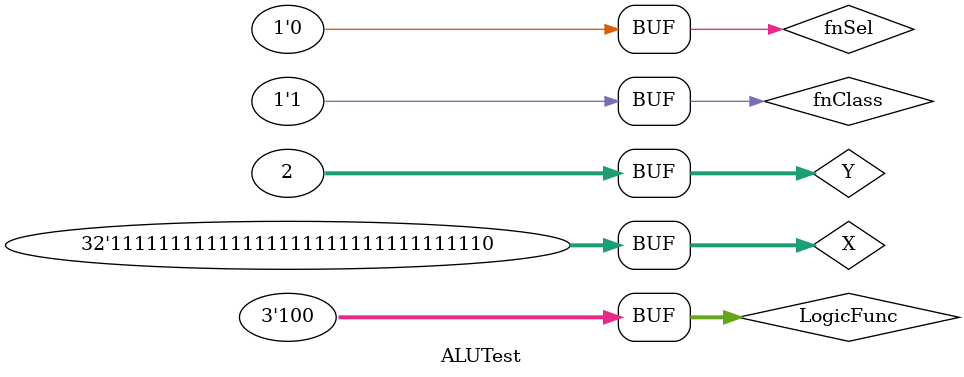
<source format=v>
`timescale 1ns / 1ps


module ALUTest;

	// Inputs
	reg [31:0] X;
	reg [31:0] Y;
	reg fnSel;
	reg fnClass;
	reg [2:0] LogicFunc;

	// Outputs
	wire Carry;
	wire [31:0] ALUOut;

	// Instantiate the Unit Under Test (UUT)
	ALU uut (
		.X(X), 
		.Y(Y), 
		.fnSel(fnSel), 
		.fnClass(fnClass), 
		.LogicFunc(LogicFunc), 
		.Carry(Carry), 
		.ALUOut(ALUOut)
	);

	initial begin
		// Initialize Inputs
		X = 0;
		Y = 0;
		fnSel = 0;
		fnClass = 0;
		LogicFunc = 0;

		// Wait 100 ns for global reset to finish
		#100;
	end
	
	initial 
		begin
			X = 32'b011; Y = 32'b010; fnSel = 1'b0; fnClass = 1'b0; LogicFunc = 3'b000;       //Add
			#10; X = 32'b011; Y = 32'b010; fnSel = 1'b1; fnClass = 1'b0; LogicFunc = 3'b001;  //2's Complement
			#10; X = 32'b011; Y = 32'b010; fnSel = 1'b0; fnClass = 1'b1; LogicFunc = 3'b000;  //AND
			#10; X = 32'b011; Y = 32'b010; fnSel = 1'b0; fnClass = 1'b1; LogicFunc = 3'b001;  //XOR
			#10; X = 32'b011; Y = 32'b010; fnSel = 1'b0; fnClass = 1'b1; LogicFunc = 3'b010;  //SHLL or SHLLV
			#10; X = 32'b011; Y = 32'b010; fnSel = 1'b0; fnClass = 1'b1; LogicFunc = 3'b110;  //SHRL or SHRLV
			#10; X = 32'b011; Y = 32'b010; fnSel = 1'b0; fnClass = 1'b1; LogicFunc = 3'b100;  //SHRA or SHRAV
		   #10; X = -2; Y = 32'b010; fnSel = 1'b0; fnClass = 1'b1; LogicFunc = 3'b100;  //SHRA or SHRAV

		end
      
endmodule


</source>
